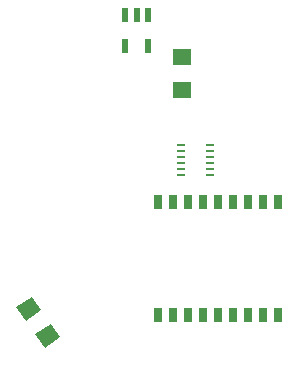
<source format=gtp>
G75*
%MOIN*%
%OFA0B0*%
%FSLAX25Y25*%
%IPPOS*%
%LPD*%
%AMOC8*
5,1,8,0,0,1.08239X$1,22.5*
%
%ADD10R,0.06299X0.05512*%
%ADD11R,0.03000X0.04500*%
%ADD12R,0.03150X0.01063*%
%ADD13R,0.02165X0.04724*%
D10*
G36*
X0020474Y0037999D02*
X0025632Y0041611D01*
X0028794Y0037097D01*
X0023636Y0033485D01*
X0020474Y0037999D01*
G37*
G36*
X0014151Y0047029D02*
X0019309Y0050641D01*
X0022471Y0046127D01*
X0017313Y0042515D01*
X0014151Y0047029D01*
G37*
X0069228Y0119543D03*
X0069228Y0130567D03*
D11*
X0071315Y0082212D03*
X0076315Y0082212D03*
X0081315Y0082212D03*
X0086315Y0082212D03*
X0091315Y0082212D03*
X0096315Y0082212D03*
X0101315Y0082212D03*
X0066315Y0082212D03*
X0061315Y0082212D03*
X0061315Y0044512D03*
X0066315Y0044512D03*
X0071315Y0044512D03*
X0076315Y0044512D03*
X0081315Y0044512D03*
X0086315Y0044512D03*
X0091315Y0044512D03*
X0096315Y0044512D03*
X0101315Y0044512D03*
D12*
X0078598Y0091276D03*
X0078598Y0093244D03*
X0078598Y0095213D03*
X0078598Y0097181D03*
X0078598Y0099150D03*
X0078598Y0101118D03*
X0069150Y0101118D03*
X0069150Y0099150D03*
X0069150Y0097181D03*
X0069150Y0095213D03*
X0069150Y0093244D03*
X0069150Y0091276D03*
D13*
X0057969Y0134110D03*
X0050488Y0134110D03*
X0050488Y0144347D03*
X0054228Y0144347D03*
X0057969Y0144347D03*
M02*

</source>
